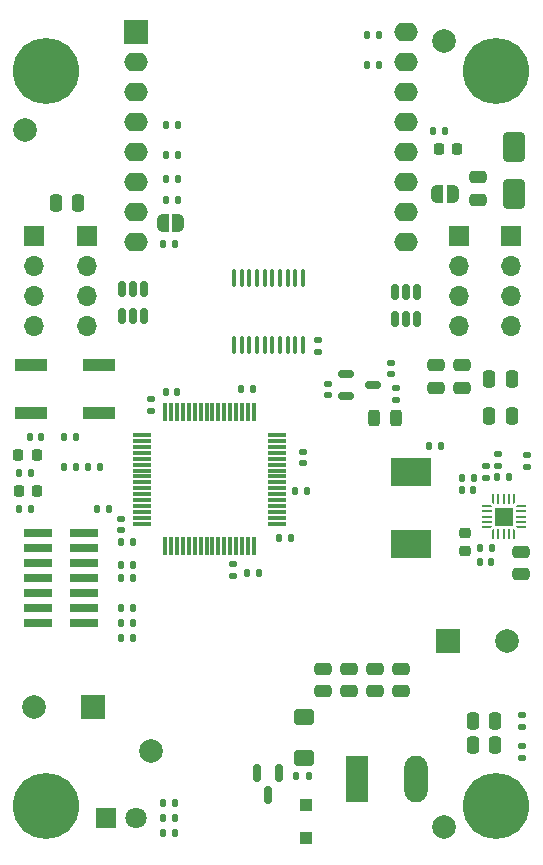
<source format=gts>
%TF.GenerationSoftware,KiCad,Pcbnew,7.0.1*%
%TF.CreationDate,2023-06-05T22:57:50+02:00*%
%TF.ProjectId,AxisPCB-STM32F411,41786973-5043-4422-9d53-544d33324634,1*%
%TF.SameCoordinates,Original*%
%TF.FileFunction,Soldermask,Top*%
%TF.FilePolarity,Negative*%
%FSLAX46Y46*%
G04 Gerber Fmt 4.6, Leading zero omitted, Abs format (unit mm)*
G04 Created by KiCad (PCBNEW 7.0.1) date 2023-06-05 22:57:50*
%MOMM*%
%LPD*%
G01*
G04 APERTURE LIST*
G04 Aperture macros list*
%AMRoundRect*
0 Rectangle with rounded corners*
0 $1 Rounding radius*
0 $2 $3 $4 $5 $6 $7 $8 $9 X,Y pos of 4 corners*
0 Add a 4 corners polygon primitive as box body*
4,1,4,$2,$3,$4,$5,$6,$7,$8,$9,$2,$3,0*
0 Add four circle primitives for the rounded corners*
1,1,$1+$1,$2,$3*
1,1,$1+$1,$4,$5*
1,1,$1+$1,$6,$7*
1,1,$1+$1,$8,$9*
0 Add four rect primitives between the rounded corners*
20,1,$1+$1,$2,$3,$4,$5,0*
20,1,$1+$1,$4,$5,$6,$7,0*
20,1,$1+$1,$6,$7,$8,$9,0*
20,1,$1+$1,$8,$9,$2,$3,0*%
%AMFreePoly0*
4,1,19,0.500000,-0.750000,0.000000,-0.750000,0.000000,-0.744911,-0.071157,-0.744911,-0.207708,-0.704816,-0.327430,-0.627875,-0.420627,-0.520320,-0.479746,-0.390866,-0.500000,-0.250000,-0.500000,0.250000,-0.479746,0.390866,-0.420627,0.520320,-0.327430,0.627875,-0.207708,0.704816,-0.071157,0.744911,0.000000,0.744911,0.000000,0.750000,0.500000,0.750000,0.500000,-0.750000,0.500000,-0.750000,
$1*%
%AMFreePoly1*
4,1,19,0.000000,0.744911,0.071157,0.744911,0.207708,0.704816,0.327430,0.627875,0.420627,0.520320,0.479746,0.390866,0.500000,0.250000,0.500000,-0.250000,0.479746,-0.390866,0.420627,-0.520320,0.327430,-0.627875,0.207708,-0.704816,0.071157,-0.744911,0.000000,-0.744911,0.000000,-0.750000,-0.500000,-0.750000,-0.500000,0.750000,0.000000,0.750000,0.000000,0.744911,0.000000,0.744911,
$1*%
%AMFreePoly2*
4,1,14,0.289644,0.110355,0.410355,-0.010356,0.425000,-0.045711,0.425000,-0.075000,0.410355,-0.110355,0.375000,-0.125000,-0.375000,-0.125000,-0.410355,-0.110355,-0.425000,-0.075000,-0.425000,0.075000,-0.410355,0.110355,-0.375000,0.125000,0.254289,0.125000,0.289644,0.110355,0.289644,0.110355,$1*%
%AMFreePoly3*
4,1,14,0.410355,0.110355,0.425000,0.075000,0.425000,0.045711,0.410355,0.010356,0.289644,-0.110355,0.254289,-0.125000,-0.375000,-0.125000,-0.410355,-0.110355,-0.425000,-0.075000,-0.425000,0.075000,-0.410355,0.110355,-0.375000,0.125000,0.375000,0.125000,0.410355,0.110355,0.410355,0.110355,$1*%
%AMFreePoly4*
4,1,14,0.110355,0.410355,0.125000,0.375000,0.125000,-0.375000,0.110355,-0.410355,0.075000,-0.425000,-0.075000,-0.425000,-0.110355,-0.410355,-0.125000,-0.375000,-0.125000,0.254289,-0.110355,0.289644,0.010356,0.410355,0.045711,0.425000,0.075000,0.425000,0.110355,0.410355,0.110355,0.410355,$1*%
%AMFreePoly5*
4,1,14,-0.010356,0.410355,0.110355,0.289644,0.125000,0.254289,0.125000,-0.375000,0.110355,-0.410355,0.075000,-0.425000,-0.075000,-0.425000,-0.110355,-0.410355,-0.125000,-0.375000,-0.125000,0.375000,-0.110355,0.410355,-0.075000,0.425000,-0.045711,0.425000,-0.010356,0.410355,-0.010356,0.410355,$1*%
%AMFreePoly6*
4,1,14,0.410355,0.110355,0.425000,0.075000,0.425000,-0.075000,0.410355,-0.110355,0.375000,-0.125000,-0.254289,-0.125000,-0.289644,-0.110355,-0.410355,0.010356,-0.425000,0.045711,-0.425000,0.075000,-0.410355,0.110355,-0.375000,0.125000,0.375000,0.125000,0.410355,0.110355,0.410355,0.110355,$1*%
%AMFreePoly7*
4,1,14,0.410355,0.110355,0.425000,0.075000,0.425000,-0.075000,0.410355,-0.110355,0.375000,-0.125000,-0.375000,-0.125000,-0.410355,-0.110355,-0.425000,-0.075000,-0.425000,-0.045711,-0.410355,-0.010355,-0.289643,0.110355,-0.254289,0.125000,0.375000,0.125000,0.410355,0.110355,0.410355,0.110355,$1*%
%AMFreePoly8*
4,1,14,0.110355,0.410355,0.125000,0.375000,0.125000,-0.254289,0.110355,-0.289644,-0.010356,-0.410355,-0.045711,-0.425000,-0.075000,-0.425000,-0.110355,-0.410355,-0.125000,-0.375000,-0.125000,0.375000,-0.110355,0.410355,-0.075000,0.425000,0.075000,0.425000,0.110355,0.410355,0.110355,0.410355,$1*%
%AMFreePoly9*
4,1,14,0.110355,0.410355,0.125000,0.375000,0.125000,-0.375000,0.110355,-0.410355,0.075000,-0.425000,0.045711,-0.425000,0.010356,-0.410355,-0.110355,-0.289644,-0.125000,-0.254289,-0.125000,0.375000,-0.110355,0.410355,-0.075000,0.425000,0.075000,0.425000,0.110355,0.410355,0.110355,0.410355,$1*%
G04 Aperture macros list end*
%ADD10RoundRect,0.140000X0.140000X0.170000X-0.140000X0.170000X-0.140000X-0.170000X0.140000X-0.170000X0*%
%ADD11C,2.000000*%
%ADD12RoundRect,0.250000X0.475000X-0.250000X0.475000X0.250000X-0.475000X0.250000X-0.475000X-0.250000X0*%
%ADD13RoundRect,0.250000X-0.250000X-0.475000X0.250000X-0.475000X0.250000X0.475000X-0.250000X0.475000X0*%
%ADD14RoundRect,0.135000X-0.185000X0.135000X-0.185000X-0.135000X0.185000X-0.135000X0.185000X0.135000X0*%
%ADD15RoundRect,0.140000X-0.140000X-0.170000X0.140000X-0.170000X0.140000X0.170000X-0.140000X0.170000X0*%
%ADD16C,5.600000*%
%ADD17C,3.600000*%
%ADD18RoundRect,0.135000X0.135000X0.185000X-0.135000X0.185000X-0.135000X-0.185000X0.135000X-0.185000X0*%
%ADD19RoundRect,0.135000X0.185000X-0.135000X0.185000X0.135000X-0.185000X0.135000X-0.185000X-0.135000X0*%
%ADD20RoundRect,0.150000X-0.512500X-0.150000X0.512500X-0.150000X0.512500X0.150000X-0.512500X0.150000X0*%
%ADD21RoundRect,0.135000X-0.135000X-0.185000X0.135000X-0.185000X0.135000X0.185000X-0.135000X0.185000X0*%
%ADD22R,1.980000X3.960000*%
%ADD23O,1.980000X3.960000*%
%ADD24FreePoly0,180.000000*%
%ADD25FreePoly1,180.000000*%
%ADD26R,2.000000X2.000000*%
%ADD27R,3.500000X2.350000*%
%ADD28RoundRect,0.225000X-0.250000X0.225000X-0.250000X-0.225000X0.250000X-0.225000X0.250000X0.225000X0*%
%ADD29R,1.700000X1.700000*%
%ADD30O,1.700000X1.700000*%
%ADD31RoundRect,0.140000X0.170000X-0.140000X0.170000X0.140000X-0.170000X0.140000X-0.170000X-0.140000X0*%
%ADD32RoundRect,0.150000X0.150000X-0.512500X0.150000X0.512500X-0.150000X0.512500X-0.150000X-0.512500X0*%
%ADD33RoundRect,0.140000X-0.170000X0.140000X-0.170000X-0.140000X0.170000X-0.140000X0.170000X0.140000X0*%
%ADD34RoundRect,0.075000X0.700000X0.075000X-0.700000X0.075000X-0.700000X-0.075000X0.700000X-0.075000X0*%
%ADD35RoundRect,0.075000X0.075000X0.700000X-0.075000X0.700000X-0.075000X-0.700000X0.075000X-0.700000X0*%
%ADD36RoundRect,0.100000X-0.100000X0.637500X-0.100000X-0.637500X0.100000X-0.637500X0.100000X0.637500X0*%
%ADD37O,2.000000X1.600000*%
%ADD38R,2.750000X1.000000*%
%ADD39RoundRect,0.150000X-0.150000X0.587500X-0.150000X-0.587500X0.150000X-0.587500X0.150000X0.587500X0*%
%ADD40R,2.400000X0.740000*%
%ADD41R,1.800000X1.800000*%
%ADD42C,1.800000*%
%ADD43FreePoly2,90.000000*%
%ADD44RoundRect,0.062500X0.062500X-0.362500X0.062500X0.362500X-0.062500X0.362500X-0.062500X-0.362500X0*%
%ADD45FreePoly3,90.000000*%
%ADD46FreePoly4,90.000000*%
%ADD47RoundRect,0.062500X0.362500X-0.062500X0.362500X0.062500X-0.362500X0.062500X-0.362500X-0.062500X0*%
%ADD48FreePoly5,90.000000*%
%ADD49FreePoly6,90.000000*%
%ADD50FreePoly7,90.000000*%
%ADD51FreePoly8,90.000000*%
%ADD52FreePoly9,90.000000*%
%ADD53R,1.550000X1.550000*%
%ADD54RoundRect,0.218750X0.218750X0.256250X-0.218750X0.256250X-0.218750X-0.256250X0.218750X-0.256250X0*%
%ADD55RoundRect,0.250000X0.300000X-0.300000X0.300000X0.300000X-0.300000X0.300000X-0.300000X-0.300000X0*%
%ADD56RoundRect,0.250000X-0.475000X0.250000X-0.475000X-0.250000X0.475000X-0.250000X0.475000X0.250000X0*%
%ADD57RoundRect,0.218750X-0.218750X-0.256250X0.218750X-0.256250X0.218750X0.256250X-0.218750X0.256250X0*%
%ADD58RoundRect,0.250000X-0.650000X1.000000X-0.650000X-1.000000X0.650000X-1.000000X0.650000X1.000000X0*%
%ADD59RoundRect,0.243750X-0.243750X-0.456250X0.243750X-0.456250X0.243750X0.456250X-0.243750X0.456250X0*%
%ADD60RoundRect,0.250000X-0.600000X0.400000X-0.600000X-0.400000X0.600000X-0.400000X0.600000X0.400000X0*%
G04 APERTURE END LIST*
D10*
X129232600Y-57632600D03*
X128272600Y-57632600D03*
D11*
X151765000Y-94488000D03*
X127000000Y-88011000D03*
X151765000Y-27940000D03*
X116332000Y-35433000D03*
D12*
X143789400Y-82951400D03*
X143789400Y-81051400D03*
D10*
X155801000Y-72009000D03*
X154841000Y-72009000D03*
D13*
X118938000Y-41656000D03*
X120838000Y-41656000D03*
X155641000Y-56515000D03*
X157541000Y-56515000D03*
X154244000Y-85471000D03*
X156144000Y-85471000D03*
D10*
X136116000Y-72923400D03*
X135156000Y-72923400D03*
D14*
X147706500Y-57275000D03*
X147706500Y-58295000D03*
D15*
X150551000Y-62230000D03*
X151511000Y-62230000D03*
D14*
X133934200Y-72184800D03*
X133934200Y-73204800D03*
D16*
X156210000Y-30480000D03*
D17*
X156210000Y-30480000D03*
D15*
X137873800Y-69951600D03*
X138833800Y-69951600D03*
D18*
X146306000Y-29972000D03*
X145286000Y-29972000D03*
D19*
X158445200Y-85981000D03*
X158445200Y-84961000D03*
D20*
X145796000Y-57023000D03*
X143521000Y-57973000D03*
X143521000Y-56073000D03*
D21*
X139317000Y-90170000D03*
X140337000Y-90170000D03*
D22*
X144428000Y-90424000D03*
D23*
X149428000Y-90424000D03*
D12*
X153289000Y-57272000D03*
X153289000Y-55372000D03*
D24*
X152542000Y-40894000D03*
D25*
X151242000Y-40894000D03*
D18*
X123446000Y-67564000D03*
X122426000Y-67564000D03*
D15*
X124488000Y-70358000D03*
X125448000Y-70358000D03*
D26*
X152153323Y-78740000D03*
D11*
X157153323Y-78740000D03*
D21*
X156309600Y-64820800D03*
X157329600Y-64820800D03*
D18*
X129288000Y-35052000D03*
X128268000Y-35052000D03*
D27*
X148994000Y-70489800D03*
X148994000Y-64439800D03*
D18*
X129288000Y-37592000D03*
X128268000Y-37592000D03*
D21*
X153310000Y-64874000D03*
X154330000Y-64874000D03*
D12*
X148183600Y-82941200D03*
X148183600Y-81041200D03*
D28*
X153543000Y-69534600D03*
X153543000Y-71084600D03*
D14*
X156360000Y-62840000D03*
X156360000Y-63860000D03*
D29*
X121600000Y-44450000D03*
D30*
X121600000Y-46990000D03*
X121600000Y-49530000D03*
X121600000Y-52070000D03*
D19*
X158445200Y-87602600D03*
X158445200Y-88622600D03*
D12*
X141592200Y-82951400D03*
X141592200Y-81051400D03*
D21*
X145286000Y-27432000D03*
X146306000Y-27432000D03*
X128016000Y-92456000D03*
X129036000Y-92456000D03*
D18*
X122656000Y-64008000D03*
X121636000Y-64008000D03*
X129288000Y-39624000D03*
X128268000Y-39624000D03*
D31*
X141986000Y-57884000D03*
X141986000Y-56924000D03*
D32*
X124526000Y-51175500D03*
X125476000Y-51175500D03*
X126426000Y-51175500D03*
X126426000Y-48900500D03*
X125476000Y-48900500D03*
X124526000Y-48900500D03*
D33*
X139852400Y-62689800D03*
X139852400Y-63649800D03*
D10*
X129006000Y-93726000D03*
X128046000Y-93726000D03*
D17*
X156210000Y-92710000D03*
D16*
X156210000Y-92710000D03*
D33*
X127000000Y-58244800D03*
X127000000Y-59204800D03*
D19*
X155344000Y-64876000D03*
X155344000Y-63856000D03*
D34*
X137628000Y-68774000D03*
X137628000Y-68274000D03*
X137628000Y-67774000D03*
X137628000Y-67274000D03*
X137628000Y-66774000D03*
X137628000Y-66274000D03*
X137628000Y-65774000D03*
X137628000Y-65274000D03*
X137628000Y-64774000D03*
X137628000Y-64274000D03*
X137628000Y-63774000D03*
X137628000Y-63274000D03*
X137628000Y-62774000D03*
X137628000Y-62274000D03*
X137628000Y-61774000D03*
X137628000Y-61274000D03*
D35*
X135703000Y-59349000D03*
X135203000Y-59349000D03*
X134703000Y-59349000D03*
X134203000Y-59349000D03*
X133703000Y-59349000D03*
X133203000Y-59349000D03*
X132703000Y-59349000D03*
X132203000Y-59349000D03*
X131703000Y-59349000D03*
X131203000Y-59349000D03*
X130703000Y-59349000D03*
X130203000Y-59349000D03*
X129703000Y-59349000D03*
X129203000Y-59349000D03*
X128703000Y-59349000D03*
X128203000Y-59349000D03*
D34*
X126278000Y-61274000D03*
X126278000Y-61774000D03*
X126278000Y-62274000D03*
X126278000Y-62774000D03*
X126278000Y-63274000D03*
X126278000Y-63774000D03*
X126278000Y-64274000D03*
X126278000Y-64774000D03*
X126278000Y-65274000D03*
X126278000Y-65774000D03*
X126278000Y-66274000D03*
X126278000Y-66774000D03*
X126278000Y-67274000D03*
X126278000Y-67774000D03*
X126278000Y-68274000D03*
X126278000Y-68774000D03*
D35*
X128203000Y-70699000D03*
X128703000Y-70699000D03*
X129203000Y-70699000D03*
X129703000Y-70699000D03*
X130203000Y-70699000D03*
X130703000Y-70699000D03*
X131203000Y-70699000D03*
X131703000Y-70699000D03*
X132203000Y-70699000D03*
X132703000Y-70699000D03*
X133203000Y-70699000D03*
X133703000Y-70699000D03*
X134203000Y-70699000D03*
X134703000Y-70699000D03*
X135203000Y-70699000D03*
X135703000Y-70699000D03*
D21*
X120652000Y-61468000D03*
X119632000Y-61468000D03*
D12*
X145999200Y-82951400D03*
X145999200Y-81051400D03*
D36*
X139881800Y-53670200D03*
X139231800Y-53670200D03*
X138581800Y-53670200D03*
X137931800Y-53670200D03*
X137281800Y-53670200D03*
X136631800Y-53670200D03*
X135981800Y-53670200D03*
X135331800Y-53670200D03*
X134681800Y-53670200D03*
X134031800Y-53670200D03*
X134031800Y-47945200D03*
X134681800Y-47945200D03*
X135331800Y-47945200D03*
X135981800Y-47945200D03*
X136631800Y-47945200D03*
X137281800Y-47945200D03*
X137931800Y-47945200D03*
X138581800Y-47945200D03*
X139231800Y-47945200D03*
X139881800Y-47945200D03*
D26*
X125730000Y-27178000D03*
D37*
X125730000Y-29718000D03*
X125730000Y-32258000D03*
X125730000Y-34798000D03*
X125730000Y-37338000D03*
X125730000Y-39878000D03*
X125730000Y-42418000D03*
X125730000Y-44958000D03*
X148590000Y-44958000D03*
X148590000Y-42418000D03*
X148590000Y-39878000D03*
X148590000Y-37338000D03*
X148590000Y-34798000D03*
X148590000Y-32258000D03*
X148590000Y-29718000D03*
X148590000Y-27178000D03*
D18*
X125478000Y-75946000D03*
X124458000Y-75946000D03*
D29*
X157480000Y-44450000D03*
D30*
X157480000Y-46990000D03*
X157480000Y-49530000D03*
X157480000Y-52070000D03*
D38*
X116840000Y-55372000D03*
X122600000Y-55372000D03*
X116840000Y-59372000D03*
X122600000Y-59372000D03*
D15*
X153340000Y-65890000D03*
X154300000Y-65890000D03*
D33*
X141102200Y-53241000D03*
X141102200Y-54201000D03*
D18*
X116842000Y-64516000D03*
X115822000Y-64516000D03*
D39*
X137856000Y-89867500D03*
X135956000Y-89867500D03*
X136906000Y-91742500D03*
D18*
X151894000Y-35560000D03*
X150874000Y-35560000D03*
D40*
X117430000Y-69596000D03*
X121330000Y-69596000D03*
X117430000Y-70866000D03*
X121330000Y-70866000D03*
X117430000Y-72136000D03*
X121330000Y-72136000D03*
X117430000Y-73406000D03*
X121330000Y-73406000D03*
X117430000Y-74676000D03*
X121330000Y-74676000D03*
X117430000Y-75946000D03*
X121330000Y-75946000D03*
X117430000Y-77216000D03*
X121330000Y-77216000D03*
D29*
X117094000Y-44450000D03*
D30*
X117094000Y-46990000D03*
X117094000Y-49530000D03*
X117094000Y-52070000D03*
D41*
X123185000Y-93726000D03*
D42*
X125725000Y-93726000D03*
D43*
X155968000Y-69626000D03*
D44*
X156418000Y-69626000D03*
X156868000Y-69626000D03*
X157318000Y-69626000D03*
D45*
X157768000Y-69626000D03*
D46*
X158318000Y-69076000D03*
D47*
X158318000Y-68626000D03*
X158318000Y-68176000D03*
X158318000Y-67726000D03*
D48*
X158318000Y-67276000D03*
D49*
X157768000Y-66726000D03*
D44*
X157318000Y-66726000D03*
X156868000Y-66726000D03*
X156418000Y-66726000D03*
D50*
X155968000Y-66726000D03*
D51*
X155418000Y-67276000D03*
D47*
X155418000Y-67726000D03*
X155418000Y-68176000D03*
X155418000Y-68626000D03*
D52*
X155418000Y-69076000D03*
D53*
X156868000Y-68176000D03*
D54*
X117348000Y-62992000D03*
X115773000Y-62992000D03*
D18*
X155833000Y-70866000D03*
X154813000Y-70866000D03*
D10*
X129004000Y-45085000D03*
X128044000Y-45085000D03*
D21*
X128016000Y-94996000D03*
X129036000Y-94996000D03*
D13*
X155641000Y-59690000D03*
X157541000Y-59690000D03*
D21*
X124458000Y-77216000D03*
X125478000Y-77216000D03*
D18*
X125478000Y-72263000D03*
X124458000Y-72263000D03*
D14*
X158800800Y-62962600D03*
X158800800Y-63982600D03*
D21*
X115822000Y-67564000D03*
X116842000Y-67564000D03*
D55*
X140081000Y-95380000D03*
X140081000Y-92580000D03*
D18*
X125478000Y-73406000D03*
X124458000Y-73406000D03*
D32*
X147640000Y-51429500D03*
X148590000Y-51429500D03*
X149540000Y-51429500D03*
X149540000Y-49154500D03*
X148590000Y-49154500D03*
X147640000Y-49154500D03*
D31*
X147320000Y-56106000D03*
X147320000Y-55146000D03*
D56*
X158343600Y-71160600D03*
X158343600Y-73060600D03*
D57*
X151358500Y-37084000D03*
X152933500Y-37084000D03*
D12*
X151130000Y-57272000D03*
X151130000Y-55372000D03*
D26*
X122052477Y-84302600D03*
D11*
X117052477Y-84302600D03*
D10*
X117701000Y-61468000D03*
X116741000Y-61468000D03*
D12*
X154686000Y-41336000D03*
X154686000Y-39436000D03*
D21*
X124458000Y-78486000D03*
X125478000Y-78486000D03*
D24*
X129316000Y-43307000D03*
D25*
X128016000Y-43307000D03*
D58*
X157734000Y-36862000D03*
X157734000Y-40862000D03*
D15*
X139220000Y-66040000D03*
X140180000Y-66040000D03*
D13*
X154244000Y-87503000D03*
X156144000Y-87503000D03*
D31*
X124460000Y-69314000D03*
X124460000Y-68354000D03*
D59*
X145842000Y-59852000D03*
X147717000Y-59852000D03*
D54*
X117373500Y-66040000D03*
X115798500Y-66040000D03*
D15*
X134648000Y-57353200D03*
X135608000Y-57353200D03*
D10*
X120622000Y-64008000D03*
X119662000Y-64008000D03*
D17*
X118110000Y-92710000D03*
D16*
X118110000Y-92710000D03*
D17*
X118110000Y-30480000D03*
D16*
X118110000Y-30480000D03*
D29*
X153035000Y-44450000D03*
D30*
X153035000Y-46990000D03*
X153035000Y-49530000D03*
X153035000Y-52070000D03*
D60*
X139954000Y-85118000D03*
X139954000Y-88618000D03*
D18*
X129288000Y-41402000D03*
X128268000Y-41402000D03*
M02*

</source>
